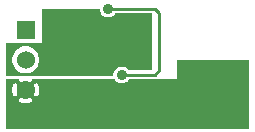
<source format=gbr>
G04 start of page 3 for group 1 idx 1 *
G04 Title: (unknown), solder *
G04 Creator: pcb 20110918 *
G04 CreationDate: Sun 25 Aug 2013 03:08:56 AM GMT UTC *
G04 For: railfan *
G04 Format: Gerber/RS-274X *
G04 PCB-Dimensions: 85000 48000 *
G04 PCB-Coordinate-Origin: lower left *
%MOIN*%
%FSLAX25Y25*%
%LNBOTTOM*%
%ADD26C,0.0380*%
%ADD25C,0.0200*%
%ADD24C,0.0360*%
%ADD23C,0.0600*%
%ADD22C,0.0100*%
%ADD21C,0.0001*%
G54D21*G36*
X58000Y24000D02*X82000D01*
Y1000D01*
X58000D01*
Y24000D01*
G37*
G36*
X82000Y1000D02*X11113D01*
Y11853D01*
X11156Y11860D01*
X11268Y11897D01*
X11373Y11952D01*
X11468Y12022D01*
X11551Y12106D01*
X11619Y12202D01*
X11670Y12308D01*
X11818Y12716D01*
X11922Y13137D01*
X11984Y13567D01*
X12005Y14000D01*
X11984Y14433D01*
X11922Y14863D01*
X11818Y15284D01*
X11675Y15694D01*
X11622Y15800D01*
X11553Y15896D01*
X11470Y15981D01*
X11375Y16051D01*
X11269Y16106D01*
X11157Y16143D01*
X11113Y16151D01*
Y17500D01*
X37135D01*
X37228Y17349D01*
X37514Y17014D01*
X37849Y16728D01*
X38225Y16497D01*
X38632Y16329D01*
X39061Y16226D01*
X39500Y16191D01*
X39939Y16226D01*
X40368Y16329D01*
X40775Y16497D01*
X41151Y16728D01*
X41486Y17014D01*
X41772Y17349D01*
X41865Y17500D01*
X50441D01*
X50500Y17495D01*
X50559Y17500D01*
X64740D01*
X64829Y17132D01*
X64997Y16725D01*
X65228Y16349D01*
X65514Y16014D01*
X65849Y15728D01*
X66225Y15497D01*
X66632Y15329D01*
X67061Y15226D01*
X67500Y15191D01*
X67939Y15226D01*
X68368Y15329D01*
X68775Y15497D01*
X69151Y15728D01*
X69486Y16014D01*
X69772Y16349D01*
X70000Y16721D01*
X70228Y16349D01*
X70514Y16014D01*
X70849Y15728D01*
X71225Y15497D01*
X71632Y15329D01*
X72061Y15226D01*
X72500Y15191D01*
X72939Y15226D01*
X73368Y15329D01*
X73775Y15497D01*
X74151Y15728D01*
X74486Y16014D01*
X74772Y16349D01*
X75003Y16725D01*
X75171Y17132D01*
X75260Y17500D01*
X82000D01*
Y1000D01*
G37*
G36*
X11113D02*X7502D01*
Y9495D01*
X7933Y9516D01*
X8363Y9578D01*
X8784Y9682D01*
X9194Y9825D01*
X9300Y9878D01*
X9396Y9947D01*
X9481Y10030D01*
X9551Y10125D01*
X9606Y10231D01*
X9643Y10343D01*
X9663Y10460D01*
X9664Y10579D01*
X9646Y10696D01*
X9610Y10809D01*
X9557Y10915D01*
X9488Y11012D01*
X9405Y11096D01*
X9309Y11167D01*
X9204Y11221D01*
X9092Y11259D01*
X8975Y11278D01*
X8856Y11279D01*
X8739Y11261D01*
X8626Y11223D01*
X8355Y11124D01*
X8075Y11056D01*
X7789Y11014D01*
X7502Y11000D01*
Y17000D01*
X7789Y16986D01*
X8075Y16944D01*
X8355Y16876D01*
X8628Y16780D01*
X8739Y16742D01*
X8856Y16725D01*
X8974Y16725D01*
X9091Y16745D01*
X9203Y16782D01*
X9307Y16836D01*
X9402Y16906D01*
X9485Y16991D01*
X9554Y17087D01*
X9607Y17192D01*
X9643Y17305D01*
X9660Y17421D01*
X9660Y17500D01*
X11113D01*
Y16151D01*
X11040Y16163D01*
X10921Y16164D01*
X10804Y16146D01*
X10691Y16110D01*
X10585Y16057D01*
X10488Y15988D01*
X10404Y15905D01*
X10333Y15809D01*
X10279Y15704D01*
X10241Y15592D01*
X10222Y15475D01*
X10221Y15356D01*
X10239Y15239D01*
X10277Y15126D01*
X10376Y14855D01*
X10444Y14575D01*
X10486Y14289D01*
X10500Y14000D01*
X10486Y13711D01*
X10444Y13425D01*
X10376Y13145D01*
X10280Y12872D01*
X10242Y12761D01*
X10225Y12644D01*
X10225Y12526D01*
X10245Y12409D01*
X10282Y12297D01*
X10336Y12193D01*
X10406Y12098D01*
X10491Y12015D01*
X10587Y11946D01*
X10692Y11893D01*
X10805Y11857D01*
X10921Y11840D01*
X11039Y11841D01*
X11113Y11853D01*
Y1000D01*
G37*
G36*
X7502D02*X3887D01*
Y11849D01*
X3960Y11837D01*
X4079Y11836D01*
X4196Y11854D01*
X4309Y11890D01*
X4415Y11943D01*
X4512Y12012D01*
X4596Y12095D01*
X4667Y12191D01*
X4721Y12296D01*
X4759Y12408D01*
X4778Y12525D01*
X4779Y12644D01*
X4761Y12761D01*
X4723Y12874D01*
X4624Y13145D01*
X4556Y13425D01*
X4514Y13711D01*
X4500Y14000D01*
X4514Y14289D01*
X4556Y14575D01*
X4624Y14855D01*
X4720Y15128D01*
X4758Y15239D01*
X4775Y15356D01*
X4775Y15474D01*
X4755Y15591D01*
X4718Y15703D01*
X4664Y15807D01*
X4594Y15902D01*
X4509Y15985D01*
X4413Y16054D01*
X4308Y16107D01*
X4195Y16143D01*
X4079Y16160D01*
X3961Y16159D01*
X3887Y16147D01*
Y17500D01*
X5337D01*
X5336Y17421D01*
X5354Y17304D01*
X5390Y17191D01*
X5443Y17085D01*
X5512Y16988D01*
X5595Y16904D01*
X5691Y16833D01*
X5796Y16779D01*
X5908Y16741D01*
X6025Y16722D01*
X6144Y16721D01*
X6261Y16739D01*
X6374Y16777D01*
X6645Y16876D01*
X6925Y16944D01*
X7211Y16986D01*
X7500Y17000D01*
X7502Y17000D01*
Y11000D01*
X7500Y11000D01*
X7211Y11014D01*
X6925Y11056D01*
X6645Y11124D01*
X6372Y11220D01*
X6261Y11258D01*
X6144Y11275D01*
X6026Y11275D01*
X5909Y11255D01*
X5797Y11218D01*
X5693Y11164D01*
X5598Y11094D01*
X5515Y11009D01*
X5446Y10913D01*
X5393Y10808D01*
X5357Y10695D01*
X5340Y10579D01*
X5341Y10461D01*
X5360Y10344D01*
X5397Y10232D01*
X5452Y10127D01*
X5522Y10032D01*
X5606Y9949D01*
X5702Y9881D01*
X5808Y9830D01*
X6216Y9682D01*
X6637Y9578D01*
X7067Y9516D01*
X7500Y9495D01*
X7502Y9495D01*
Y1000D01*
G37*
G36*
X3887D02*X1000D01*
Y17500D01*
X3887D01*
Y16147D01*
X3844Y16140D01*
X3732Y16103D01*
X3627Y16048D01*
X3532Y15978D01*
X3449Y15894D01*
X3381Y15798D01*
X3330Y15692D01*
X3182Y15284D01*
X3078Y14863D01*
X3016Y14433D01*
X2995Y14000D01*
X3016Y13567D01*
X3078Y13137D01*
X3182Y12716D01*
X3325Y12306D01*
X3378Y12200D01*
X3447Y12104D01*
X3530Y12019D01*
X3625Y11949D01*
X3731Y11894D01*
X3843Y11857D01*
X3887Y11849D01*
Y1000D01*
G37*
G36*
X7493Y29500D02*X49500D01*
Y20500D01*
X41865D01*
X41772Y20651D01*
X41486Y20986D01*
X41151Y21272D01*
X40775Y21503D01*
X40368Y21671D01*
X39939Y21774D01*
X39500Y21809D01*
X39061Y21774D01*
X38632Y21671D01*
X38225Y21503D01*
X37849Y21272D01*
X37514Y20986D01*
X37228Y20651D01*
X36997Y20275D01*
X36829Y19868D01*
X36726Y19439D01*
X36691Y19000D01*
X36726Y18561D01*
X36740Y18500D01*
X7608D01*
X7500Y18505D01*
X7493Y18505D01*
Y19487D01*
X7500Y19486D01*
X8206Y19542D01*
X8895Y19707D01*
X9549Y19978D01*
X10153Y20348D01*
X10692Y20808D01*
X11152Y21347D01*
X11522Y21951D01*
X11793Y22605D01*
X11958Y23294D01*
X12000Y24000D01*
X11958Y24706D01*
X11793Y25395D01*
X11522Y26049D01*
X11152Y26653D01*
X10692Y27192D01*
X10153Y27652D01*
X9549Y28022D01*
X8895Y28293D01*
X8206Y28458D01*
X7500Y28514D01*
X7493Y28513D01*
Y29500D01*
G37*
G36*
X1000Y18500D02*Y29500D01*
X7493D01*
Y28513D01*
X6794Y28458D01*
X6105Y28293D01*
X5451Y28022D01*
X4847Y27652D01*
X4308Y27192D01*
X3848Y26653D01*
X3478Y26049D01*
X3207Y25395D01*
X3042Y24706D01*
X2986Y24000D01*
X3042Y23294D01*
X3207Y22605D01*
X3478Y21951D01*
X3848Y21347D01*
X4308Y20808D01*
X4847Y20348D01*
X5451Y19978D01*
X6105Y19707D01*
X6794Y19542D01*
X7493Y19487D01*
Y18505D01*
X7392Y18500D01*
X1000D01*
G37*
G36*
X13000D02*Y41000D01*
X32191D01*
X32226Y40561D01*
X32329Y40132D01*
X32497Y39725D01*
X32728Y39349D01*
X33014Y39014D01*
X33349Y38728D01*
X33725Y38497D01*
X34132Y38329D01*
X34561Y38226D01*
X35000Y38191D01*
X35439Y38226D01*
X35868Y38329D01*
X36275Y38497D01*
X36651Y38728D01*
X36986Y39014D01*
X37272Y39349D01*
X37365Y39500D01*
X49500D01*
Y20500D01*
X41865D01*
X41772Y20651D01*
X41486Y20986D01*
X41151Y21272D01*
X40775Y21503D01*
X40368Y21671D01*
X39939Y21774D01*
X39500Y21809D01*
X39061Y21774D01*
X38632Y21671D01*
X38225Y21503D01*
X37849Y21272D01*
X37514Y20986D01*
X37228Y20651D01*
X36997Y20275D01*
X36829Y19868D01*
X36726Y19439D01*
X36691Y19000D01*
X36726Y18561D01*
X36740Y18500D01*
X13000D01*
G37*
G54D22*X35000Y41000D02*X50500D01*
X52000Y39500D01*
Y20500D01*
X50500Y19000D01*
X39500D01*
G54D21*G36*
X4500Y37000D02*Y31000D01*
X10500D01*
Y37000D01*
X4500D01*
G37*
G54D23*X7500Y24000D03*
Y14000D03*
G54D24*X67500Y18000D03*
X72500D03*
X70000Y22000D03*
X65000D03*
X75000D03*
X35000Y41000D03*
X39500Y19000D03*
X35000Y34500D03*
X38000Y31000D03*
X41000Y34500D03*
X47000D03*
X44000Y31000D03*
G54D25*G54D26*M02*

</source>
